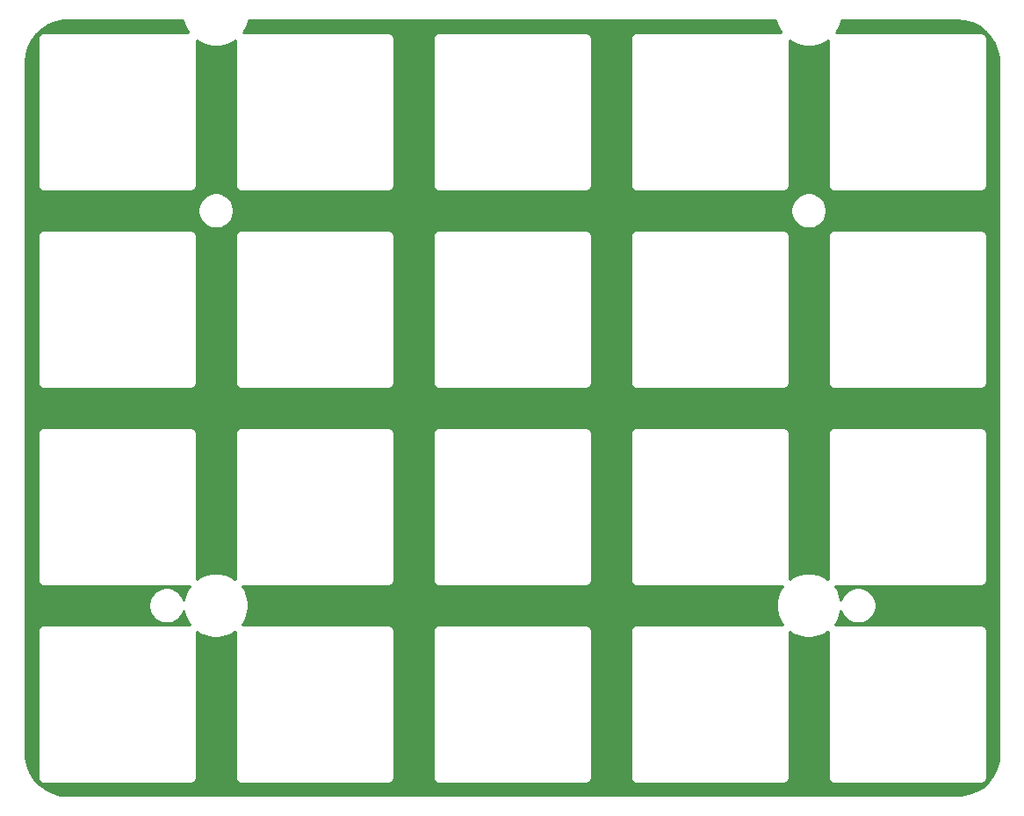
<source format=gtl>
G04 #@! TF.GenerationSoftware,KiCad,Pcbnew,5.1.2-f72e74a~84~ubuntu18.04.1*
G04 #@! TF.CreationDate,2019-06-18T11:16:38+09:00*
G04 #@! TF.ProjectId,top-plate,746f702d-706c-4617-9465-2e6b69636164,rev?*
G04 #@! TF.SameCoordinates,Original*
G04 #@! TF.FileFunction,Copper,L1,Top*
G04 #@! TF.FilePolarity,Positive*
%FSLAX46Y46*%
G04 Gerber Fmt 4.6, Leading zero omitted, Abs format (unit mm)*
G04 Created by KiCad (PCBNEW 5.1.2-f72e74a~84~ubuntu18.04.1) date 2019-06-18 11:16:38*
%MOMM*%
%LPD*%
G04 APERTURE LIST*
%ADD10C,0.254000*%
G04 APERTURE END LIST*
D10*
G36*
X63510808Y-24545809D02*
G01*
X63513740Y-24555279D01*
X63663631Y-25027794D01*
X63688962Y-25086896D01*
X63713503Y-25146437D01*
X63718218Y-25155158D01*
X63957035Y-25589562D01*
X63993385Y-25642649D01*
X63999930Y-25652500D01*
X50183647Y-25652500D01*
X50150000Y-25649186D01*
X50116353Y-25652500D01*
X50015717Y-25662412D01*
X49886594Y-25701581D01*
X49767593Y-25765188D01*
X49663289Y-25850789D01*
X49577688Y-25955093D01*
X49514081Y-26074094D01*
X49474912Y-26203217D01*
X49461686Y-26337500D01*
X49465000Y-26371147D01*
X49465001Y-40303843D01*
X49461686Y-40337500D01*
X49474912Y-40471783D01*
X49514081Y-40600906D01*
X49577688Y-40719907D01*
X49663289Y-40824211D01*
X49767593Y-40909812D01*
X49886594Y-40973419D01*
X50015717Y-41012588D01*
X50116353Y-41022500D01*
X50150000Y-41025814D01*
X50183647Y-41022500D01*
X64116353Y-41022500D01*
X64150000Y-41025814D01*
X64183647Y-41022500D01*
X64284283Y-41012588D01*
X64413406Y-40973419D01*
X64532407Y-40909812D01*
X64636711Y-40824211D01*
X64722312Y-40719907D01*
X64785919Y-40600906D01*
X64825088Y-40471783D01*
X64838314Y-40337500D01*
X64835000Y-40303853D01*
X64835000Y-26487754D01*
X64839300Y-26491211D01*
X64893137Y-26526441D01*
X64946496Y-26562432D01*
X64955248Y-26567085D01*
X65394558Y-26796751D01*
X65454197Y-26820847D01*
X65513546Y-26845795D01*
X65523036Y-26848660D01*
X65998588Y-26988623D01*
X66061800Y-27000681D01*
X66124837Y-27013621D01*
X66134699Y-27014588D01*
X66134703Y-27014588D01*
X66628383Y-27059516D01*
X66692699Y-27059067D01*
X66757081Y-27059516D01*
X66766947Y-27058549D01*
X67259954Y-27006732D01*
X67322979Y-26993794D01*
X67386201Y-26981734D01*
X67395691Y-26978869D01*
X67869243Y-26832279D01*
X67928498Y-26807371D01*
X67988231Y-26783237D01*
X67996983Y-26778582D01*
X68433044Y-26542805D01*
X68486361Y-26506842D01*
X68515000Y-26488101D01*
X68515001Y-40303843D01*
X68511686Y-40337500D01*
X68524912Y-40471783D01*
X68564081Y-40600906D01*
X68627688Y-40719907D01*
X68713289Y-40824211D01*
X68817593Y-40909812D01*
X68936594Y-40973419D01*
X69065717Y-41012588D01*
X69166353Y-41022500D01*
X69200000Y-41025814D01*
X69233647Y-41022500D01*
X83166353Y-41022500D01*
X83200000Y-41025814D01*
X83233647Y-41022500D01*
X83334283Y-41012588D01*
X83463406Y-40973419D01*
X83582407Y-40909812D01*
X83686711Y-40824211D01*
X83772312Y-40719907D01*
X83835919Y-40600906D01*
X83875088Y-40471783D01*
X83888314Y-40337500D01*
X83885000Y-40303853D01*
X83885000Y-26371147D01*
X83888314Y-26337500D01*
X87561686Y-26337500D01*
X87565000Y-26371147D01*
X87565001Y-40303843D01*
X87561686Y-40337500D01*
X87574912Y-40471783D01*
X87614081Y-40600906D01*
X87677688Y-40719907D01*
X87763289Y-40824211D01*
X87867593Y-40909812D01*
X87986594Y-40973419D01*
X88115717Y-41012588D01*
X88216353Y-41022500D01*
X88250000Y-41025814D01*
X88283647Y-41022500D01*
X102216353Y-41022500D01*
X102250000Y-41025814D01*
X102283647Y-41022500D01*
X102384283Y-41012588D01*
X102513406Y-40973419D01*
X102632407Y-40909812D01*
X102736711Y-40824211D01*
X102822312Y-40719907D01*
X102885919Y-40600906D01*
X102925088Y-40471783D01*
X102938314Y-40337500D01*
X102935000Y-40303853D01*
X102935000Y-26371147D01*
X102938314Y-26337500D01*
X102925088Y-26203217D01*
X102885919Y-26074094D01*
X102822312Y-25955093D01*
X102736711Y-25850789D01*
X102632407Y-25765188D01*
X102513406Y-25701581D01*
X102384283Y-25662412D01*
X102283647Y-25652500D01*
X102250000Y-25649186D01*
X102216353Y-25652500D01*
X88283647Y-25652500D01*
X88250000Y-25649186D01*
X88216353Y-25652500D01*
X88115717Y-25662412D01*
X87986594Y-25701581D01*
X87867593Y-25765188D01*
X87763289Y-25850789D01*
X87677688Y-25955093D01*
X87614081Y-26074094D01*
X87574912Y-26203217D01*
X87561686Y-26337500D01*
X83888314Y-26337500D01*
X83875088Y-26203217D01*
X83835919Y-26074094D01*
X83772312Y-25955093D01*
X83686711Y-25850789D01*
X83582407Y-25765188D01*
X83463406Y-25701581D01*
X83334283Y-25662412D01*
X83233647Y-25652500D01*
X83200000Y-25649186D01*
X83166353Y-25652500D01*
X69350369Y-25652500D01*
X69376449Y-25613247D01*
X69412798Y-25560160D01*
X69417513Y-25551440D01*
X69650240Y-25113744D01*
X69674756Y-25054264D01*
X69700113Y-24995101D01*
X69703044Y-24985631D01*
X69842871Y-24522500D01*
X120656193Y-24522500D01*
X120660808Y-24545809D01*
X120663740Y-24555279D01*
X120813631Y-25027794D01*
X120838962Y-25086896D01*
X120863503Y-25146437D01*
X120868218Y-25155158D01*
X121107035Y-25589562D01*
X121143385Y-25642649D01*
X121149930Y-25652500D01*
X107333647Y-25652500D01*
X107300000Y-25649186D01*
X107266353Y-25652500D01*
X107165717Y-25662412D01*
X107036594Y-25701581D01*
X106917593Y-25765188D01*
X106813289Y-25850789D01*
X106727688Y-25955093D01*
X106664081Y-26074094D01*
X106624912Y-26203217D01*
X106611686Y-26337500D01*
X106615000Y-26371147D01*
X106615001Y-40303843D01*
X106611686Y-40337500D01*
X106624912Y-40471783D01*
X106664081Y-40600906D01*
X106727688Y-40719907D01*
X106813289Y-40824211D01*
X106917593Y-40909812D01*
X107036594Y-40973419D01*
X107165717Y-41012588D01*
X107266353Y-41022500D01*
X107300000Y-41025814D01*
X107333647Y-41022500D01*
X121266353Y-41022500D01*
X121300000Y-41025814D01*
X121333647Y-41022500D01*
X121434283Y-41012588D01*
X121563406Y-40973419D01*
X121682407Y-40909812D01*
X121786711Y-40824211D01*
X121872312Y-40719907D01*
X121935919Y-40600906D01*
X121975088Y-40471783D01*
X121988314Y-40337500D01*
X121985000Y-40303853D01*
X121985000Y-26487754D01*
X121989300Y-26491211D01*
X122043137Y-26526441D01*
X122096496Y-26562432D01*
X122105248Y-26567085D01*
X122544558Y-26796751D01*
X122604197Y-26820847D01*
X122663546Y-26845795D01*
X122673036Y-26848660D01*
X123148588Y-26988623D01*
X123211800Y-27000681D01*
X123274837Y-27013621D01*
X123284699Y-27014588D01*
X123284703Y-27014588D01*
X123778383Y-27059516D01*
X123842699Y-27059067D01*
X123907081Y-27059516D01*
X123916947Y-27058549D01*
X124409954Y-27006732D01*
X124472979Y-26993794D01*
X124536201Y-26981734D01*
X124545691Y-26978869D01*
X125019243Y-26832279D01*
X125078498Y-26807371D01*
X125138231Y-26783237D01*
X125146983Y-26778582D01*
X125583044Y-26542805D01*
X125636361Y-26506842D01*
X125665000Y-26488101D01*
X125665001Y-40303843D01*
X125661686Y-40337500D01*
X125674912Y-40471783D01*
X125714081Y-40600906D01*
X125777688Y-40719907D01*
X125863289Y-40824211D01*
X125967593Y-40909812D01*
X126086594Y-40973419D01*
X126215717Y-41012588D01*
X126316353Y-41022500D01*
X126350000Y-41025814D01*
X126383647Y-41022500D01*
X140316353Y-41022500D01*
X140350000Y-41025814D01*
X140383647Y-41022500D01*
X140484283Y-41012588D01*
X140613406Y-40973419D01*
X140732407Y-40909812D01*
X140836711Y-40824211D01*
X140922312Y-40719907D01*
X140985919Y-40600906D01*
X141025088Y-40471783D01*
X141038314Y-40337500D01*
X141035000Y-40303853D01*
X141035000Y-26371147D01*
X141038314Y-26337500D01*
X141025088Y-26203217D01*
X140985919Y-26074094D01*
X140922312Y-25955093D01*
X140836711Y-25850789D01*
X140732407Y-25765188D01*
X140613406Y-25701581D01*
X140484283Y-25662412D01*
X140383647Y-25652500D01*
X140350000Y-25649186D01*
X140316353Y-25652500D01*
X126500369Y-25652500D01*
X126526449Y-25613247D01*
X126562798Y-25560160D01*
X126567513Y-25551440D01*
X126800240Y-25113744D01*
X126824756Y-25054264D01*
X126850113Y-24995101D01*
X126853044Y-24985631D01*
X126992871Y-24522500D01*
X138079953Y-24522500D01*
X138850465Y-24593300D01*
X139563710Y-24794456D01*
X140228366Y-25122228D01*
X140822150Y-25565628D01*
X141325193Y-26109818D01*
X141720639Y-26736560D01*
X141995250Y-27424879D01*
X142142564Y-28165473D01*
X142155615Y-28414503D01*
X142150636Y-28430915D01*
X142140001Y-28538895D01*
X142140000Y-95286104D01*
X142149670Y-95384287D01*
X142094200Y-95987965D01*
X141893044Y-96701210D01*
X141565272Y-97365866D01*
X141121872Y-97959651D01*
X140577685Y-98462691D01*
X139950940Y-98858139D01*
X139262625Y-99132748D01*
X138522026Y-99280064D01*
X138273000Y-99293114D01*
X138256585Y-99288135D01*
X138148605Y-99277500D01*
X52351395Y-99277500D01*
X52253212Y-99287170D01*
X51649535Y-99231700D01*
X50936290Y-99030544D01*
X50271634Y-98702772D01*
X49677849Y-98259372D01*
X49174809Y-97715185D01*
X48779361Y-97088440D01*
X48504752Y-96400125D01*
X48357436Y-95659526D01*
X48344386Y-95410500D01*
X48349365Y-95394085D01*
X48360000Y-95286105D01*
X48360000Y-64437500D01*
X49461686Y-64437500D01*
X49465000Y-64471147D01*
X49465001Y-78403843D01*
X49461686Y-78437500D01*
X49474912Y-78571783D01*
X49514081Y-78700906D01*
X49577688Y-78819907D01*
X49663289Y-78924211D01*
X49767593Y-79009812D01*
X49886594Y-79073419D01*
X50015717Y-79112588D01*
X50116353Y-79122500D01*
X50150000Y-79125814D01*
X50183647Y-79122500D01*
X64116353Y-79122500D01*
X64132925Y-79124132D01*
X63896799Y-79477521D01*
X63660476Y-80048054D01*
X63579597Y-80454661D01*
X63449537Y-80140669D01*
X63259663Y-79856502D01*
X63017998Y-79614837D01*
X62733831Y-79424963D01*
X62418081Y-79294175D01*
X62082883Y-79227500D01*
X61741117Y-79227500D01*
X61405919Y-79294175D01*
X61090169Y-79424963D01*
X60806002Y-79614837D01*
X60564337Y-79856502D01*
X60374463Y-80140669D01*
X60243675Y-80456419D01*
X60177000Y-80791617D01*
X60177000Y-81133383D01*
X60243675Y-81468581D01*
X60374463Y-81784331D01*
X60564337Y-82068498D01*
X60806002Y-82310163D01*
X61090169Y-82500037D01*
X61405919Y-82630825D01*
X61741117Y-82697500D01*
X62082883Y-82697500D01*
X62418081Y-82630825D01*
X62733831Y-82500037D01*
X63017998Y-82310163D01*
X63259663Y-82068498D01*
X63449537Y-81784331D01*
X63579597Y-81470339D01*
X63660476Y-81876946D01*
X63896799Y-82447479D01*
X64132925Y-82800868D01*
X64116353Y-82802500D01*
X50183647Y-82802500D01*
X50150000Y-82799186D01*
X50116353Y-82802500D01*
X50015717Y-82812412D01*
X49886594Y-82851581D01*
X49767593Y-82915188D01*
X49663289Y-83000789D01*
X49577688Y-83105093D01*
X49514081Y-83224094D01*
X49474912Y-83353217D01*
X49461686Y-83487500D01*
X49465000Y-83521147D01*
X49465001Y-97453843D01*
X49461686Y-97487500D01*
X49474912Y-97621783D01*
X49514081Y-97750906D01*
X49577688Y-97869907D01*
X49663289Y-97974211D01*
X49767593Y-98059812D01*
X49886594Y-98123419D01*
X50015717Y-98162588D01*
X50116353Y-98172500D01*
X50150000Y-98175814D01*
X50183647Y-98172500D01*
X64116353Y-98172500D01*
X64150000Y-98175814D01*
X64183647Y-98172500D01*
X64284283Y-98162588D01*
X64413406Y-98123419D01*
X64532407Y-98059812D01*
X64636711Y-97974211D01*
X64722312Y-97869907D01*
X64785919Y-97750906D01*
X64825088Y-97621783D01*
X64838314Y-97487500D01*
X64835000Y-97453853D01*
X64835000Y-83521147D01*
X64836632Y-83504575D01*
X65190021Y-83740701D01*
X65760554Y-83977024D01*
X66366229Y-84097500D01*
X66983771Y-84097500D01*
X67589446Y-83977024D01*
X68159979Y-83740701D01*
X68513368Y-83504575D01*
X68515000Y-83521147D01*
X68515001Y-97453843D01*
X68511686Y-97487500D01*
X68524912Y-97621783D01*
X68564081Y-97750906D01*
X68627688Y-97869907D01*
X68713289Y-97974211D01*
X68817593Y-98059812D01*
X68936594Y-98123419D01*
X69065717Y-98162588D01*
X69166353Y-98172500D01*
X69200000Y-98175814D01*
X69233647Y-98172500D01*
X83166353Y-98172500D01*
X83200000Y-98175814D01*
X83233647Y-98172500D01*
X83334283Y-98162588D01*
X83463406Y-98123419D01*
X83582407Y-98059812D01*
X83686711Y-97974211D01*
X83772312Y-97869907D01*
X83835919Y-97750906D01*
X83875088Y-97621783D01*
X83888314Y-97487500D01*
X83885000Y-97453853D01*
X83885000Y-83521147D01*
X83888314Y-83487500D01*
X87561686Y-83487500D01*
X87565000Y-83521147D01*
X87565001Y-97453843D01*
X87561686Y-97487500D01*
X87574912Y-97621783D01*
X87614081Y-97750906D01*
X87677688Y-97869907D01*
X87763289Y-97974211D01*
X87867593Y-98059812D01*
X87986594Y-98123419D01*
X88115717Y-98162588D01*
X88216353Y-98172500D01*
X88250000Y-98175814D01*
X88283647Y-98172500D01*
X102216353Y-98172500D01*
X102250000Y-98175814D01*
X102283647Y-98172500D01*
X102384283Y-98162588D01*
X102513406Y-98123419D01*
X102632407Y-98059812D01*
X102736711Y-97974211D01*
X102822312Y-97869907D01*
X102885919Y-97750906D01*
X102925088Y-97621783D01*
X102938314Y-97487500D01*
X102935000Y-97453853D01*
X102935000Y-83521147D01*
X102938314Y-83487500D01*
X102925088Y-83353217D01*
X102885919Y-83224094D01*
X102822312Y-83105093D01*
X102736711Y-83000789D01*
X102632407Y-82915188D01*
X102513406Y-82851581D01*
X102384283Y-82812412D01*
X102283647Y-82802500D01*
X102250000Y-82799186D01*
X102216353Y-82802500D01*
X88283647Y-82802500D01*
X88250000Y-82799186D01*
X88216353Y-82802500D01*
X88115717Y-82812412D01*
X87986594Y-82851581D01*
X87867593Y-82915188D01*
X87763289Y-83000789D01*
X87677688Y-83105093D01*
X87614081Y-83224094D01*
X87574912Y-83353217D01*
X87561686Y-83487500D01*
X83888314Y-83487500D01*
X83875088Y-83353217D01*
X83835919Y-83224094D01*
X83772312Y-83105093D01*
X83686711Y-83000789D01*
X83582407Y-82915188D01*
X83463406Y-82851581D01*
X83334283Y-82812412D01*
X83233647Y-82802500D01*
X83200000Y-82799186D01*
X83166353Y-82802500D01*
X69233647Y-82802500D01*
X69217075Y-82800868D01*
X69453201Y-82447479D01*
X69689524Y-81876946D01*
X69810000Y-81271271D01*
X69810000Y-80653729D01*
X69689524Y-80048054D01*
X69453201Y-79477521D01*
X69217075Y-79124132D01*
X69233647Y-79122500D01*
X83166353Y-79122500D01*
X83200000Y-79125814D01*
X83233647Y-79122500D01*
X83334283Y-79112588D01*
X83463406Y-79073419D01*
X83582407Y-79009812D01*
X83686711Y-78924211D01*
X83772312Y-78819907D01*
X83835919Y-78700906D01*
X83875088Y-78571783D01*
X83888314Y-78437500D01*
X83885000Y-78403853D01*
X83885000Y-64471147D01*
X83888314Y-64437500D01*
X87561686Y-64437500D01*
X87565000Y-64471147D01*
X87565001Y-78403843D01*
X87561686Y-78437500D01*
X87574912Y-78571783D01*
X87614081Y-78700906D01*
X87677688Y-78819907D01*
X87763289Y-78924211D01*
X87867593Y-79009812D01*
X87986594Y-79073419D01*
X88115717Y-79112588D01*
X88216353Y-79122500D01*
X88250000Y-79125814D01*
X88283647Y-79122500D01*
X102216353Y-79122500D01*
X102250000Y-79125814D01*
X102283647Y-79122500D01*
X102384283Y-79112588D01*
X102513406Y-79073419D01*
X102632407Y-79009812D01*
X102736711Y-78924211D01*
X102822312Y-78819907D01*
X102885919Y-78700906D01*
X102925088Y-78571783D01*
X102938314Y-78437500D01*
X102935000Y-78403853D01*
X102935000Y-64471147D01*
X102938314Y-64437500D01*
X106611686Y-64437500D01*
X106615000Y-64471147D01*
X106615001Y-78403843D01*
X106611686Y-78437500D01*
X106624912Y-78571783D01*
X106664081Y-78700906D01*
X106727688Y-78819907D01*
X106813289Y-78924211D01*
X106917593Y-79009812D01*
X107036594Y-79073419D01*
X107165717Y-79112588D01*
X107266353Y-79122500D01*
X107300000Y-79125814D01*
X107333647Y-79122500D01*
X121266353Y-79122500D01*
X121282925Y-79124132D01*
X121046799Y-79477521D01*
X120810476Y-80048054D01*
X120690000Y-80653729D01*
X120690000Y-81271271D01*
X120810476Y-81876946D01*
X121046799Y-82447479D01*
X121282925Y-82800868D01*
X121266353Y-82802500D01*
X107333647Y-82802500D01*
X107300000Y-82799186D01*
X107266353Y-82802500D01*
X107165717Y-82812412D01*
X107036594Y-82851581D01*
X106917593Y-82915188D01*
X106813289Y-83000789D01*
X106727688Y-83105093D01*
X106664081Y-83224094D01*
X106624912Y-83353217D01*
X106611686Y-83487500D01*
X106615000Y-83521147D01*
X106615001Y-97453843D01*
X106611686Y-97487500D01*
X106624912Y-97621783D01*
X106664081Y-97750906D01*
X106727688Y-97869907D01*
X106813289Y-97974211D01*
X106917593Y-98059812D01*
X107036594Y-98123419D01*
X107165717Y-98162588D01*
X107266353Y-98172500D01*
X107300000Y-98175814D01*
X107333647Y-98172500D01*
X121266353Y-98172500D01*
X121300000Y-98175814D01*
X121333647Y-98172500D01*
X121434283Y-98162588D01*
X121563406Y-98123419D01*
X121682407Y-98059812D01*
X121786711Y-97974211D01*
X121872312Y-97869907D01*
X121935919Y-97750906D01*
X121975088Y-97621783D01*
X121988314Y-97487500D01*
X121985000Y-97453853D01*
X121985000Y-83521147D01*
X121986632Y-83504575D01*
X122340021Y-83740701D01*
X122910554Y-83977024D01*
X123516229Y-84097500D01*
X124133771Y-84097500D01*
X124739446Y-83977024D01*
X125309979Y-83740701D01*
X125663368Y-83504575D01*
X125665000Y-83521147D01*
X125665001Y-97453843D01*
X125661686Y-97487500D01*
X125674912Y-97621783D01*
X125714081Y-97750906D01*
X125777688Y-97869907D01*
X125863289Y-97974211D01*
X125967593Y-98059812D01*
X126086594Y-98123419D01*
X126215717Y-98162588D01*
X126316353Y-98172500D01*
X126350000Y-98175814D01*
X126383647Y-98172500D01*
X140316353Y-98172500D01*
X140350000Y-98175814D01*
X140383647Y-98172500D01*
X140484283Y-98162588D01*
X140613406Y-98123419D01*
X140732407Y-98059812D01*
X140836711Y-97974211D01*
X140922312Y-97869907D01*
X140985919Y-97750906D01*
X141025088Y-97621783D01*
X141038314Y-97487500D01*
X141035000Y-97453853D01*
X141035000Y-83521147D01*
X141038314Y-83487500D01*
X141025088Y-83353217D01*
X140985919Y-83224094D01*
X140922312Y-83105093D01*
X140836711Y-83000789D01*
X140732407Y-82915188D01*
X140613406Y-82851581D01*
X140484283Y-82812412D01*
X140383647Y-82802500D01*
X140350000Y-82799186D01*
X140316353Y-82802500D01*
X126383647Y-82802500D01*
X126367075Y-82800868D01*
X126603201Y-82447479D01*
X126839524Y-81876946D01*
X126920403Y-81470339D01*
X127050463Y-81784331D01*
X127240337Y-82068498D01*
X127482002Y-82310163D01*
X127766169Y-82500037D01*
X128081919Y-82630825D01*
X128417117Y-82697500D01*
X128758883Y-82697500D01*
X129094081Y-82630825D01*
X129409831Y-82500037D01*
X129693998Y-82310163D01*
X129935663Y-82068498D01*
X130125537Y-81784331D01*
X130256325Y-81468581D01*
X130323000Y-81133383D01*
X130323000Y-80791617D01*
X130256325Y-80456419D01*
X130125537Y-80140669D01*
X129935663Y-79856502D01*
X129693998Y-79614837D01*
X129409831Y-79424963D01*
X129094081Y-79294175D01*
X128758883Y-79227500D01*
X128417117Y-79227500D01*
X128081919Y-79294175D01*
X127766169Y-79424963D01*
X127482002Y-79614837D01*
X127240337Y-79856502D01*
X127050463Y-80140669D01*
X126920403Y-80454661D01*
X126839524Y-80048054D01*
X126603201Y-79477521D01*
X126367075Y-79124132D01*
X126383647Y-79122500D01*
X140316353Y-79122500D01*
X140350000Y-79125814D01*
X140383647Y-79122500D01*
X140484283Y-79112588D01*
X140613406Y-79073419D01*
X140732407Y-79009812D01*
X140836711Y-78924211D01*
X140922312Y-78819907D01*
X140985919Y-78700906D01*
X141025088Y-78571783D01*
X141038314Y-78437500D01*
X141035000Y-78403853D01*
X141035000Y-64471147D01*
X141038314Y-64437500D01*
X141025088Y-64303217D01*
X140985919Y-64174094D01*
X140922312Y-64055093D01*
X140836711Y-63950789D01*
X140732407Y-63865188D01*
X140613406Y-63801581D01*
X140484283Y-63762412D01*
X140383647Y-63752500D01*
X140350000Y-63749186D01*
X140316353Y-63752500D01*
X126383647Y-63752500D01*
X126350000Y-63749186D01*
X126316353Y-63752500D01*
X126215717Y-63762412D01*
X126086594Y-63801581D01*
X125967593Y-63865188D01*
X125863289Y-63950789D01*
X125777688Y-64055093D01*
X125714081Y-64174094D01*
X125674912Y-64303217D01*
X125661686Y-64437500D01*
X125665000Y-64471147D01*
X125665001Y-78403843D01*
X125663368Y-78420425D01*
X125309979Y-78184299D01*
X124739446Y-77947976D01*
X124133771Y-77827500D01*
X123516229Y-77827500D01*
X122910554Y-77947976D01*
X122340021Y-78184299D01*
X121986632Y-78420425D01*
X121985000Y-78403853D01*
X121985000Y-64471147D01*
X121988314Y-64437500D01*
X121975088Y-64303217D01*
X121935919Y-64174094D01*
X121872312Y-64055093D01*
X121786711Y-63950789D01*
X121682407Y-63865188D01*
X121563406Y-63801581D01*
X121434283Y-63762412D01*
X121333647Y-63752500D01*
X121300000Y-63749186D01*
X121266353Y-63752500D01*
X107333647Y-63752500D01*
X107300000Y-63749186D01*
X107266353Y-63752500D01*
X107165717Y-63762412D01*
X107036594Y-63801581D01*
X106917593Y-63865188D01*
X106813289Y-63950789D01*
X106727688Y-64055093D01*
X106664081Y-64174094D01*
X106624912Y-64303217D01*
X106611686Y-64437500D01*
X102938314Y-64437500D01*
X102925088Y-64303217D01*
X102885919Y-64174094D01*
X102822312Y-64055093D01*
X102736711Y-63950789D01*
X102632407Y-63865188D01*
X102513406Y-63801581D01*
X102384283Y-63762412D01*
X102283647Y-63752500D01*
X102250000Y-63749186D01*
X102216353Y-63752500D01*
X88283647Y-63752500D01*
X88250000Y-63749186D01*
X88216353Y-63752500D01*
X88115717Y-63762412D01*
X87986594Y-63801581D01*
X87867593Y-63865188D01*
X87763289Y-63950789D01*
X87677688Y-64055093D01*
X87614081Y-64174094D01*
X87574912Y-64303217D01*
X87561686Y-64437500D01*
X83888314Y-64437500D01*
X83875088Y-64303217D01*
X83835919Y-64174094D01*
X83772312Y-64055093D01*
X83686711Y-63950789D01*
X83582407Y-63865188D01*
X83463406Y-63801581D01*
X83334283Y-63762412D01*
X83233647Y-63752500D01*
X83200000Y-63749186D01*
X83166353Y-63752500D01*
X69233647Y-63752500D01*
X69200000Y-63749186D01*
X69166353Y-63752500D01*
X69065717Y-63762412D01*
X68936594Y-63801581D01*
X68817593Y-63865188D01*
X68713289Y-63950789D01*
X68627688Y-64055093D01*
X68564081Y-64174094D01*
X68524912Y-64303217D01*
X68511686Y-64437500D01*
X68515000Y-64471147D01*
X68515001Y-78403843D01*
X68513368Y-78420425D01*
X68159979Y-78184299D01*
X67589446Y-77947976D01*
X66983771Y-77827500D01*
X66366229Y-77827500D01*
X65760554Y-77947976D01*
X65190021Y-78184299D01*
X64836632Y-78420425D01*
X64835000Y-78403853D01*
X64835000Y-64471147D01*
X64838314Y-64437500D01*
X64825088Y-64303217D01*
X64785919Y-64174094D01*
X64722312Y-64055093D01*
X64636711Y-63950789D01*
X64532407Y-63865188D01*
X64413406Y-63801581D01*
X64284283Y-63762412D01*
X64183647Y-63752500D01*
X64150000Y-63749186D01*
X64116353Y-63752500D01*
X50183647Y-63752500D01*
X50150000Y-63749186D01*
X50116353Y-63752500D01*
X50015717Y-63762412D01*
X49886594Y-63801581D01*
X49767593Y-63865188D01*
X49663289Y-63950789D01*
X49577688Y-64055093D01*
X49514081Y-64174094D01*
X49474912Y-64303217D01*
X49461686Y-64437500D01*
X48360000Y-64437500D01*
X48360000Y-45387500D01*
X49461686Y-45387500D01*
X49465000Y-45421147D01*
X49465001Y-59353843D01*
X49461686Y-59387500D01*
X49474912Y-59521783D01*
X49514081Y-59650906D01*
X49577688Y-59769907D01*
X49663289Y-59874211D01*
X49767593Y-59959812D01*
X49886594Y-60023419D01*
X50015717Y-60062588D01*
X50116353Y-60072500D01*
X50150000Y-60075814D01*
X50183647Y-60072500D01*
X64116353Y-60072500D01*
X64150000Y-60075814D01*
X64183647Y-60072500D01*
X64284283Y-60062588D01*
X64413406Y-60023419D01*
X64532407Y-59959812D01*
X64636711Y-59874211D01*
X64722312Y-59769907D01*
X64785919Y-59650906D01*
X64825088Y-59521783D01*
X64838314Y-59387500D01*
X64835000Y-59353853D01*
X64835000Y-45421147D01*
X64838314Y-45387500D01*
X68511686Y-45387500D01*
X68515000Y-45421147D01*
X68515001Y-59353843D01*
X68511686Y-59387500D01*
X68524912Y-59521783D01*
X68564081Y-59650906D01*
X68627688Y-59769907D01*
X68713289Y-59874211D01*
X68817593Y-59959812D01*
X68936594Y-60023419D01*
X69065717Y-60062588D01*
X69166353Y-60072500D01*
X69200000Y-60075814D01*
X69233647Y-60072500D01*
X83166353Y-60072500D01*
X83200000Y-60075814D01*
X83233647Y-60072500D01*
X83334283Y-60062588D01*
X83463406Y-60023419D01*
X83582407Y-59959812D01*
X83686711Y-59874211D01*
X83772312Y-59769907D01*
X83835919Y-59650906D01*
X83875088Y-59521783D01*
X83888314Y-59387500D01*
X83885000Y-59353853D01*
X83885000Y-45421147D01*
X83888314Y-45387500D01*
X87561686Y-45387500D01*
X87565000Y-45421147D01*
X87565001Y-59353843D01*
X87561686Y-59387500D01*
X87574912Y-59521783D01*
X87614081Y-59650906D01*
X87677688Y-59769907D01*
X87763289Y-59874211D01*
X87867593Y-59959812D01*
X87986594Y-60023419D01*
X88115717Y-60062588D01*
X88216353Y-60072500D01*
X88250000Y-60075814D01*
X88283647Y-60072500D01*
X102216353Y-60072500D01*
X102250000Y-60075814D01*
X102283647Y-60072500D01*
X102384283Y-60062588D01*
X102513406Y-60023419D01*
X102632407Y-59959812D01*
X102736711Y-59874211D01*
X102822312Y-59769907D01*
X102885919Y-59650906D01*
X102925088Y-59521783D01*
X102938314Y-59387500D01*
X102935000Y-59353853D01*
X102935000Y-45421147D01*
X102938314Y-45387500D01*
X106611686Y-45387500D01*
X106615000Y-45421147D01*
X106615001Y-59353843D01*
X106611686Y-59387500D01*
X106624912Y-59521783D01*
X106664081Y-59650906D01*
X106727688Y-59769907D01*
X106813289Y-59874211D01*
X106917593Y-59959812D01*
X107036594Y-60023419D01*
X107165717Y-60062588D01*
X107266353Y-60072500D01*
X107300000Y-60075814D01*
X107333647Y-60072500D01*
X121266353Y-60072500D01*
X121300000Y-60075814D01*
X121333647Y-60072500D01*
X121434283Y-60062588D01*
X121563406Y-60023419D01*
X121682407Y-59959812D01*
X121786711Y-59874211D01*
X121872312Y-59769907D01*
X121935919Y-59650906D01*
X121975088Y-59521783D01*
X121988314Y-59387500D01*
X121985000Y-59353853D01*
X121985000Y-45421147D01*
X121988314Y-45387500D01*
X125661686Y-45387500D01*
X125665000Y-45421147D01*
X125665001Y-59353843D01*
X125661686Y-59387500D01*
X125674912Y-59521783D01*
X125714081Y-59650906D01*
X125777688Y-59769907D01*
X125863289Y-59874211D01*
X125967593Y-59959812D01*
X126086594Y-60023419D01*
X126215717Y-60062588D01*
X126316353Y-60072500D01*
X126350000Y-60075814D01*
X126383647Y-60072500D01*
X140316353Y-60072500D01*
X140350000Y-60075814D01*
X140383647Y-60072500D01*
X140484283Y-60062588D01*
X140613406Y-60023419D01*
X140732407Y-59959812D01*
X140836711Y-59874211D01*
X140922312Y-59769907D01*
X140985919Y-59650906D01*
X141025088Y-59521783D01*
X141038314Y-59387500D01*
X141035000Y-59353853D01*
X141035000Y-45421147D01*
X141038314Y-45387500D01*
X141025088Y-45253217D01*
X140985919Y-45124094D01*
X140922312Y-45005093D01*
X140836711Y-44900789D01*
X140732407Y-44815188D01*
X140613406Y-44751581D01*
X140484283Y-44712412D01*
X140383647Y-44702500D01*
X140350000Y-44699186D01*
X140316353Y-44702500D01*
X126383647Y-44702500D01*
X126350000Y-44699186D01*
X126316353Y-44702500D01*
X126215717Y-44712412D01*
X126086594Y-44751581D01*
X125967593Y-44815188D01*
X125863289Y-44900789D01*
X125777688Y-45005093D01*
X125714081Y-45124094D01*
X125674912Y-45253217D01*
X125661686Y-45387500D01*
X121988314Y-45387500D01*
X121975088Y-45253217D01*
X121935919Y-45124094D01*
X121872312Y-45005093D01*
X121786711Y-44900789D01*
X121682407Y-44815188D01*
X121563406Y-44751581D01*
X121434283Y-44712412D01*
X121333647Y-44702500D01*
X121300000Y-44699186D01*
X121266353Y-44702500D01*
X107333647Y-44702500D01*
X107300000Y-44699186D01*
X107266353Y-44702500D01*
X107165717Y-44712412D01*
X107036594Y-44751581D01*
X106917593Y-44815188D01*
X106813289Y-44900789D01*
X106727688Y-45005093D01*
X106664081Y-45124094D01*
X106624912Y-45253217D01*
X106611686Y-45387500D01*
X102938314Y-45387500D01*
X102925088Y-45253217D01*
X102885919Y-45124094D01*
X102822312Y-45005093D01*
X102736711Y-44900789D01*
X102632407Y-44815188D01*
X102513406Y-44751581D01*
X102384283Y-44712412D01*
X102283647Y-44702500D01*
X102250000Y-44699186D01*
X102216353Y-44702500D01*
X88283647Y-44702500D01*
X88250000Y-44699186D01*
X88216353Y-44702500D01*
X88115717Y-44712412D01*
X87986594Y-44751581D01*
X87867593Y-44815188D01*
X87763289Y-44900789D01*
X87677688Y-45005093D01*
X87614081Y-45124094D01*
X87574912Y-45253217D01*
X87561686Y-45387500D01*
X83888314Y-45387500D01*
X83875088Y-45253217D01*
X83835919Y-45124094D01*
X83772312Y-45005093D01*
X83686711Y-44900789D01*
X83582407Y-44815188D01*
X83463406Y-44751581D01*
X83334283Y-44712412D01*
X83233647Y-44702500D01*
X83200000Y-44699186D01*
X83166353Y-44702500D01*
X69233647Y-44702500D01*
X69200000Y-44699186D01*
X69166353Y-44702500D01*
X69065717Y-44712412D01*
X68936594Y-44751581D01*
X68817593Y-44815188D01*
X68713289Y-44900789D01*
X68627688Y-45005093D01*
X68564081Y-45124094D01*
X68524912Y-45253217D01*
X68511686Y-45387500D01*
X64838314Y-45387500D01*
X64825088Y-45253217D01*
X64785919Y-45124094D01*
X64722312Y-45005093D01*
X64636711Y-44900789D01*
X64532407Y-44815188D01*
X64413406Y-44751581D01*
X64284283Y-44712412D01*
X64183647Y-44702500D01*
X64150000Y-44699186D01*
X64116353Y-44702500D01*
X50183647Y-44702500D01*
X50150000Y-44699186D01*
X50116353Y-44702500D01*
X50015717Y-44712412D01*
X49886594Y-44751581D01*
X49767593Y-44815188D01*
X49663289Y-44900789D01*
X49577688Y-45005093D01*
X49514081Y-45124094D01*
X49474912Y-45253217D01*
X49461686Y-45387500D01*
X48360000Y-45387500D01*
X48360000Y-42691617D01*
X64940000Y-42691617D01*
X64940000Y-43033383D01*
X65006675Y-43368581D01*
X65137463Y-43684331D01*
X65327337Y-43968498D01*
X65569002Y-44210163D01*
X65853169Y-44400037D01*
X66168919Y-44530825D01*
X66504117Y-44597500D01*
X66845883Y-44597500D01*
X67181081Y-44530825D01*
X67496831Y-44400037D01*
X67780998Y-44210163D01*
X68022663Y-43968498D01*
X68212537Y-43684331D01*
X68343325Y-43368581D01*
X68410000Y-43033383D01*
X68410000Y-42691617D01*
X122090000Y-42691617D01*
X122090000Y-43033383D01*
X122156675Y-43368581D01*
X122287463Y-43684331D01*
X122477337Y-43968498D01*
X122719002Y-44210163D01*
X123003169Y-44400037D01*
X123318919Y-44530825D01*
X123654117Y-44597500D01*
X123995883Y-44597500D01*
X124331081Y-44530825D01*
X124646831Y-44400037D01*
X124930998Y-44210163D01*
X125172663Y-43968498D01*
X125362537Y-43684331D01*
X125493325Y-43368581D01*
X125560000Y-43033383D01*
X125560000Y-42691617D01*
X125493325Y-42356419D01*
X125362537Y-42040669D01*
X125172663Y-41756502D01*
X124930998Y-41514837D01*
X124646831Y-41324963D01*
X124331081Y-41194175D01*
X123995883Y-41127500D01*
X123654117Y-41127500D01*
X123318919Y-41194175D01*
X123003169Y-41324963D01*
X122719002Y-41514837D01*
X122477337Y-41756502D01*
X122287463Y-42040669D01*
X122156675Y-42356419D01*
X122090000Y-42691617D01*
X68410000Y-42691617D01*
X68343325Y-42356419D01*
X68212537Y-42040669D01*
X68022663Y-41756502D01*
X67780998Y-41514837D01*
X67496831Y-41324963D01*
X67181081Y-41194175D01*
X66845883Y-41127500D01*
X66504117Y-41127500D01*
X66168919Y-41194175D01*
X65853169Y-41324963D01*
X65569002Y-41514837D01*
X65327337Y-41756502D01*
X65137463Y-42040669D01*
X65006675Y-42356419D01*
X64940000Y-42691617D01*
X48360000Y-42691617D01*
X48360000Y-28538895D01*
X48350330Y-28440713D01*
X48405800Y-27837035D01*
X48606956Y-27123790D01*
X48934728Y-26459134D01*
X49378128Y-25865350D01*
X49922318Y-25362307D01*
X50549060Y-24966861D01*
X51237379Y-24692250D01*
X51977973Y-24544936D01*
X52406092Y-24522500D01*
X63506193Y-24522500D01*
X63510808Y-24545809D01*
X63510808Y-24545809D01*
G37*
X63510808Y-24545809D02*
X63513740Y-24555279D01*
X63663631Y-25027794D01*
X63688962Y-25086896D01*
X63713503Y-25146437D01*
X63718218Y-25155158D01*
X63957035Y-25589562D01*
X63993385Y-25642649D01*
X63999930Y-25652500D01*
X50183647Y-25652500D01*
X50150000Y-25649186D01*
X50116353Y-25652500D01*
X50015717Y-25662412D01*
X49886594Y-25701581D01*
X49767593Y-25765188D01*
X49663289Y-25850789D01*
X49577688Y-25955093D01*
X49514081Y-26074094D01*
X49474912Y-26203217D01*
X49461686Y-26337500D01*
X49465000Y-26371147D01*
X49465001Y-40303843D01*
X49461686Y-40337500D01*
X49474912Y-40471783D01*
X49514081Y-40600906D01*
X49577688Y-40719907D01*
X49663289Y-40824211D01*
X49767593Y-40909812D01*
X49886594Y-40973419D01*
X50015717Y-41012588D01*
X50116353Y-41022500D01*
X50150000Y-41025814D01*
X50183647Y-41022500D01*
X64116353Y-41022500D01*
X64150000Y-41025814D01*
X64183647Y-41022500D01*
X64284283Y-41012588D01*
X64413406Y-40973419D01*
X64532407Y-40909812D01*
X64636711Y-40824211D01*
X64722312Y-40719907D01*
X64785919Y-40600906D01*
X64825088Y-40471783D01*
X64838314Y-40337500D01*
X64835000Y-40303853D01*
X64835000Y-26487754D01*
X64839300Y-26491211D01*
X64893137Y-26526441D01*
X64946496Y-26562432D01*
X64955248Y-26567085D01*
X65394558Y-26796751D01*
X65454197Y-26820847D01*
X65513546Y-26845795D01*
X65523036Y-26848660D01*
X65998588Y-26988623D01*
X66061800Y-27000681D01*
X66124837Y-27013621D01*
X66134699Y-27014588D01*
X66134703Y-27014588D01*
X66628383Y-27059516D01*
X66692699Y-27059067D01*
X66757081Y-27059516D01*
X66766947Y-27058549D01*
X67259954Y-27006732D01*
X67322979Y-26993794D01*
X67386201Y-26981734D01*
X67395691Y-26978869D01*
X67869243Y-26832279D01*
X67928498Y-26807371D01*
X67988231Y-26783237D01*
X67996983Y-26778582D01*
X68433044Y-26542805D01*
X68486361Y-26506842D01*
X68515000Y-26488101D01*
X68515001Y-40303843D01*
X68511686Y-40337500D01*
X68524912Y-40471783D01*
X68564081Y-40600906D01*
X68627688Y-40719907D01*
X68713289Y-40824211D01*
X68817593Y-40909812D01*
X68936594Y-40973419D01*
X69065717Y-41012588D01*
X69166353Y-41022500D01*
X69200000Y-41025814D01*
X69233647Y-41022500D01*
X83166353Y-41022500D01*
X83200000Y-41025814D01*
X83233647Y-41022500D01*
X83334283Y-41012588D01*
X83463406Y-40973419D01*
X83582407Y-40909812D01*
X83686711Y-40824211D01*
X83772312Y-40719907D01*
X83835919Y-40600906D01*
X83875088Y-40471783D01*
X83888314Y-40337500D01*
X83885000Y-40303853D01*
X83885000Y-26371147D01*
X83888314Y-26337500D01*
X87561686Y-26337500D01*
X87565000Y-26371147D01*
X87565001Y-40303843D01*
X87561686Y-40337500D01*
X87574912Y-40471783D01*
X87614081Y-40600906D01*
X87677688Y-40719907D01*
X87763289Y-40824211D01*
X87867593Y-40909812D01*
X87986594Y-40973419D01*
X88115717Y-41012588D01*
X88216353Y-41022500D01*
X88250000Y-41025814D01*
X88283647Y-41022500D01*
X102216353Y-41022500D01*
X102250000Y-41025814D01*
X102283647Y-41022500D01*
X102384283Y-41012588D01*
X102513406Y-40973419D01*
X102632407Y-40909812D01*
X102736711Y-40824211D01*
X102822312Y-40719907D01*
X102885919Y-40600906D01*
X102925088Y-40471783D01*
X102938314Y-40337500D01*
X102935000Y-40303853D01*
X102935000Y-26371147D01*
X102938314Y-26337500D01*
X102925088Y-26203217D01*
X102885919Y-26074094D01*
X102822312Y-25955093D01*
X102736711Y-25850789D01*
X102632407Y-25765188D01*
X102513406Y-25701581D01*
X102384283Y-25662412D01*
X102283647Y-25652500D01*
X102250000Y-25649186D01*
X102216353Y-25652500D01*
X88283647Y-25652500D01*
X88250000Y-25649186D01*
X88216353Y-25652500D01*
X88115717Y-25662412D01*
X87986594Y-25701581D01*
X87867593Y-25765188D01*
X87763289Y-25850789D01*
X87677688Y-25955093D01*
X87614081Y-26074094D01*
X87574912Y-26203217D01*
X87561686Y-26337500D01*
X83888314Y-26337500D01*
X83875088Y-26203217D01*
X83835919Y-26074094D01*
X83772312Y-25955093D01*
X83686711Y-25850789D01*
X83582407Y-25765188D01*
X83463406Y-25701581D01*
X83334283Y-25662412D01*
X83233647Y-25652500D01*
X83200000Y-25649186D01*
X83166353Y-25652500D01*
X69350369Y-25652500D01*
X69376449Y-25613247D01*
X69412798Y-25560160D01*
X69417513Y-25551440D01*
X69650240Y-25113744D01*
X69674756Y-25054264D01*
X69700113Y-24995101D01*
X69703044Y-24985631D01*
X69842871Y-24522500D01*
X120656193Y-24522500D01*
X120660808Y-24545809D01*
X120663740Y-24555279D01*
X120813631Y-25027794D01*
X120838962Y-25086896D01*
X120863503Y-25146437D01*
X120868218Y-25155158D01*
X121107035Y-25589562D01*
X121143385Y-25642649D01*
X121149930Y-25652500D01*
X107333647Y-25652500D01*
X107300000Y-25649186D01*
X107266353Y-25652500D01*
X107165717Y-25662412D01*
X107036594Y-25701581D01*
X106917593Y-25765188D01*
X106813289Y-25850789D01*
X106727688Y-25955093D01*
X106664081Y-26074094D01*
X106624912Y-26203217D01*
X106611686Y-26337500D01*
X106615000Y-26371147D01*
X106615001Y-40303843D01*
X106611686Y-40337500D01*
X106624912Y-40471783D01*
X106664081Y-40600906D01*
X106727688Y-40719907D01*
X106813289Y-40824211D01*
X106917593Y-40909812D01*
X107036594Y-40973419D01*
X107165717Y-41012588D01*
X107266353Y-41022500D01*
X107300000Y-41025814D01*
X107333647Y-41022500D01*
X121266353Y-41022500D01*
X121300000Y-41025814D01*
X121333647Y-41022500D01*
X121434283Y-41012588D01*
X121563406Y-40973419D01*
X121682407Y-40909812D01*
X121786711Y-40824211D01*
X121872312Y-40719907D01*
X121935919Y-40600906D01*
X121975088Y-40471783D01*
X121988314Y-40337500D01*
X121985000Y-40303853D01*
X121985000Y-26487754D01*
X121989300Y-26491211D01*
X122043137Y-26526441D01*
X122096496Y-26562432D01*
X122105248Y-26567085D01*
X122544558Y-26796751D01*
X122604197Y-26820847D01*
X122663546Y-26845795D01*
X122673036Y-26848660D01*
X123148588Y-26988623D01*
X123211800Y-27000681D01*
X123274837Y-27013621D01*
X123284699Y-27014588D01*
X123284703Y-27014588D01*
X123778383Y-27059516D01*
X123842699Y-27059067D01*
X123907081Y-27059516D01*
X123916947Y-27058549D01*
X124409954Y-27006732D01*
X124472979Y-26993794D01*
X124536201Y-26981734D01*
X124545691Y-26978869D01*
X125019243Y-26832279D01*
X125078498Y-26807371D01*
X125138231Y-26783237D01*
X125146983Y-26778582D01*
X125583044Y-26542805D01*
X125636361Y-26506842D01*
X125665000Y-26488101D01*
X125665001Y-40303843D01*
X125661686Y-40337500D01*
X125674912Y-40471783D01*
X125714081Y-40600906D01*
X125777688Y-40719907D01*
X125863289Y-40824211D01*
X125967593Y-40909812D01*
X126086594Y-40973419D01*
X126215717Y-41012588D01*
X126316353Y-41022500D01*
X126350000Y-41025814D01*
X126383647Y-41022500D01*
X140316353Y-41022500D01*
X140350000Y-41025814D01*
X140383647Y-41022500D01*
X140484283Y-41012588D01*
X140613406Y-40973419D01*
X140732407Y-40909812D01*
X140836711Y-40824211D01*
X140922312Y-40719907D01*
X140985919Y-40600906D01*
X141025088Y-40471783D01*
X141038314Y-40337500D01*
X141035000Y-40303853D01*
X141035000Y-26371147D01*
X141038314Y-26337500D01*
X141025088Y-26203217D01*
X140985919Y-26074094D01*
X140922312Y-25955093D01*
X140836711Y-25850789D01*
X140732407Y-25765188D01*
X140613406Y-25701581D01*
X140484283Y-25662412D01*
X140383647Y-25652500D01*
X140350000Y-25649186D01*
X140316353Y-25652500D01*
X126500369Y-25652500D01*
X126526449Y-25613247D01*
X126562798Y-25560160D01*
X126567513Y-25551440D01*
X126800240Y-25113744D01*
X126824756Y-25054264D01*
X126850113Y-24995101D01*
X126853044Y-24985631D01*
X126992871Y-24522500D01*
X138079953Y-24522500D01*
X138850465Y-24593300D01*
X139563710Y-24794456D01*
X140228366Y-25122228D01*
X140822150Y-25565628D01*
X141325193Y-26109818D01*
X141720639Y-26736560D01*
X141995250Y-27424879D01*
X142142564Y-28165473D01*
X142155615Y-28414503D01*
X142150636Y-28430915D01*
X142140001Y-28538895D01*
X142140000Y-95286104D01*
X142149670Y-95384287D01*
X142094200Y-95987965D01*
X141893044Y-96701210D01*
X141565272Y-97365866D01*
X141121872Y-97959651D01*
X140577685Y-98462691D01*
X139950940Y-98858139D01*
X139262625Y-99132748D01*
X138522026Y-99280064D01*
X138273000Y-99293114D01*
X138256585Y-99288135D01*
X138148605Y-99277500D01*
X52351395Y-99277500D01*
X52253212Y-99287170D01*
X51649535Y-99231700D01*
X50936290Y-99030544D01*
X50271634Y-98702772D01*
X49677849Y-98259372D01*
X49174809Y-97715185D01*
X48779361Y-97088440D01*
X48504752Y-96400125D01*
X48357436Y-95659526D01*
X48344386Y-95410500D01*
X48349365Y-95394085D01*
X48360000Y-95286105D01*
X48360000Y-64437500D01*
X49461686Y-64437500D01*
X49465000Y-64471147D01*
X49465001Y-78403843D01*
X49461686Y-78437500D01*
X49474912Y-78571783D01*
X49514081Y-78700906D01*
X49577688Y-78819907D01*
X49663289Y-78924211D01*
X49767593Y-79009812D01*
X49886594Y-79073419D01*
X50015717Y-79112588D01*
X50116353Y-79122500D01*
X50150000Y-79125814D01*
X50183647Y-79122500D01*
X64116353Y-79122500D01*
X64132925Y-79124132D01*
X63896799Y-79477521D01*
X63660476Y-80048054D01*
X63579597Y-80454661D01*
X63449537Y-80140669D01*
X63259663Y-79856502D01*
X63017998Y-79614837D01*
X62733831Y-79424963D01*
X62418081Y-79294175D01*
X62082883Y-79227500D01*
X61741117Y-79227500D01*
X61405919Y-79294175D01*
X61090169Y-79424963D01*
X60806002Y-79614837D01*
X60564337Y-79856502D01*
X60374463Y-80140669D01*
X60243675Y-80456419D01*
X60177000Y-80791617D01*
X60177000Y-81133383D01*
X60243675Y-81468581D01*
X60374463Y-81784331D01*
X60564337Y-82068498D01*
X60806002Y-82310163D01*
X61090169Y-82500037D01*
X61405919Y-82630825D01*
X61741117Y-82697500D01*
X62082883Y-82697500D01*
X62418081Y-82630825D01*
X62733831Y-82500037D01*
X63017998Y-82310163D01*
X63259663Y-82068498D01*
X63449537Y-81784331D01*
X63579597Y-81470339D01*
X63660476Y-81876946D01*
X63896799Y-82447479D01*
X64132925Y-82800868D01*
X64116353Y-82802500D01*
X50183647Y-82802500D01*
X50150000Y-82799186D01*
X50116353Y-82802500D01*
X50015717Y-82812412D01*
X49886594Y-82851581D01*
X49767593Y-82915188D01*
X49663289Y-83000789D01*
X49577688Y-83105093D01*
X49514081Y-83224094D01*
X49474912Y-83353217D01*
X49461686Y-83487500D01*
X49465000Y-83521147D01*
X49465001Y-97453843D01*
X49461686Y-97487500D01*
X49474912Y-97621783D01*
X49514081Y-97750906D01*
X49577688Y-97869907D01*
X49663289Y-97974211D01*
X49767593Y-98059812D01*
X49886594Y-98123419D01*
X50015717Y-98162588D01*
X50116353Y-98172500D01*
X50150000Y-98175814D01*
X50183647Y-98172500D01*
X64116353Y-98172500D01*
X64150000Y-98175814D01*
X64183647Y-98172500D01*
X64284283Y-98162588D01*
X64413406Y-98123419D01*
X64532407Y-98059812D01*
X64636711Y-97974211D01*
X64722312Y-97869907D01*
X64785919Y-97750906D01*
X64825088Y-97621783D01*
X64838314Y-97487500D01*
X64835000Y-97453853D01*
X64835000Y-83521147D01*
X64836632Y-83504575D01*
X65190021Y-83740701D01*
X65760554Y-83977024D01*
X66366229Y-84097500D01*
X66983771Y-84097500D01*
X67589446Y-83977024D01*
X68159979Y-83740701D01*
X68513368Y-83504575D01*
X68515000Y-83521147D01*
X68515001Y-97453843D01*
X68511686Y-97487500D01*
X68524912Y-97621783D01*
X68564081Y-97750906D01*
X68627688Y-97869907D01*
X68713289Y-97974211D01*
X68817593Y-98059812D01*
X68936594Y-98123419D01*
X69065717Y-98162588D01*
X69166353Y-98172500D01*
X69200000Y-98175814D01*
X69233647Y-98172500D01*
X83166353Y-98172500D01*
X83200000Y-98175814D01*
X83233647Y-98172500D01*
X83334283Y-98162588D01*
X83463406Y-98123419D01*
X83582407Y-98059812D01*
X83686711Y-97974211D01*
X83772312Y-97869907D01*
X83835919Y-97750906D01*
X83875088Y-97621783D01*
X83888314Y-97487500D01*
X83885000Y-97453853D01*
X83885000Y-83521147D01*
X83888314Y-83487500D01*
X87561686Y-83487500D01*
X87565000Y-83521147D01*
X87565001Y-97453843D01*
X87561686Y-97487500D01*
X87574912Y-97621783D01*
X87614081Y-97750906D01*
X87677688Y-97869907D01*
X87763289Y-97974211D01*
X87867593Y-98059812D01*
X87986594Y-98123419D01*
X88115717Y-98162588D01*
X88216353Y-98172500D01*
X88250000Y-98175814D01*
X88283647Y-98172500D01*
X102216353Y-98172500D01*
X102250000Y-98175814D01*
X102283647Y-98172500D01*
X102384283Y-98162588D01*
X102513406Y-98123419D01*
X102632407Y-98059812D01*
X102736711Y-97974211D01*
X102822312Y-97869907D01*
X102885919Y-97750906D01*
X102925088Y-97621783D01*
X102938314Y-97487500D01*
X102935000Y-97453853D01*
X102935000Y-83521147D01*
X102938314Y-83487500D01*
X102925088Y-83353217D01*
X102885919Y-83224094D01*
X102822312Y-83105093D01*
X102736711Y-83000789D01*
X102632407Y-82915188D01*
X102513406Y-82851581D01*
X102384283Y-82812412D01*
X102283647Y-82802500D01*
X102250000Y-82799186D01*
X102216353Y-82802500D01*
X88283647Y-82802500D01*
X88250000Y-82799186D01*
X88216353Y-82802500D01*
X88115717Y-82812412D01*
X87986594Y-82851581D01*
X87867593Y-82915188D01*
X87763289Y-83000789D01*
X87677688Y-83105093D01*
X87614081Y-83224094D01*
X87574912Y-83353217D01*
X87561686Y-83487500D01*
X83888314Y-83487500D01*
X83875088Y-83353217D01*
X83835919Y-83224094D01*
X83772312Y-83105093D01*
X83686711Y-83000789D01*
X83582407Y-82915188D01*
X83463406Y-82851581D01*
X83334283Y-82812412D01*
X83233647Y-82802500D01*
X83200000Y-82799186D01*
X83166353Y-82802500D01*
X69233647Y-82802500D01*
X69217075Y-82800868D01*
X69453201Y-82447479D01*
X69689524Y-81876946D01*
X69810000Y-81271271D01*
X69810000Y-80653729D01*
X69689524Y-80048054D01*
X69453201Y-79477521D01*
X69217075Y-79124132D01*
X69233647Y-79122500D01*
X83166353Y-79122500D01*
X83200000Y-79125814D01*
X83233647Y-79122500D01*
X83334283Y-79112588D01*
X83463406Y-79073419D01*
X83582407Y-79009812D01*
X83686711Y-78924211D01*
X83772312Y-78819907D01*
X83835919Y-78700906D01*
X83875088Y-78571783D01*
X83888314Y-78437500D01*
X83885000Y-78403853D01*
X83885000Y-64471147D01*
X83888314Y-64437500D01*
X87561686Y-64437500D01*
X87565000Y-64471147D01*
X87565001Y-78403843D01*
X87561686Y-78437500D01*
X87574912Y-78571783D01*
X87614081Y-78700906D01*
X87677688Y-78819907D01*
X87763289Y-78924211D01*
X87867593Y-79009812D01*
X87986594Y-79073419D01*
X88115717Y-79112588D01*
X88216353Y-79122500D01*
X88250000Y-79125814D01*
X88283647Y-79122500D01*
X102216353Y-79122500D01*
X102250000Y-79125814D01*
X102283647Y-79122500D01*
X102384283Y-79112588D01*
X102513406Y-79073419D01*
X102632407Y-79009812D01*
X102736711Y-78924211D01*
X102822312Y-78819907D01*
X102885919Y-78700906D01*
X102925088Y-78571783D01*
X102938314Y-78437500D01*
X102935000Y-78403853D01*
X102935000Y-64471147D01*
X102938314Y-64437500D01*
X106611686Y-64437500D01*
X106615000Y-64471147D01*
X106615001Y-78403843D01*
X106611686Y-78437500D01*
X106624912Y-78571783D01*
X106664081Y-78700906D01*
X106727688Y-78819907D01*
X106813289Y-78924211D01*
X106917593Y-79009812D01*
X107036594Y-79073419D01*
X107165717Y-79112588D01*
X107266353Y-79122500D01*
X107300000Y-79125814D01*
X107333647Y-79122500D01*
X121266353Y-79122500D01*
X121282925Y-79124132D01*
X121046799Y-79477521D01*
X120810476Y-80048054D01*
X120690000Y-80653729D01*
X120690000Y-81271271D01*
X120810476Y-81876946D01*
X121046799Y-82447479D01*
X121282925Y-82800868D01*
X121266353Y-82802500D01*
X107333647Y-82802500D01*
X107300000Y-82799186D01*
X107266353Y-82802500D01*
X107165717Y-82812412D01*
X107036594Y-82851581D01*
X106917593Y-82915188D01*
X106813289Y-83000789D01*
X106727688Y-83105093D01*
X106664081Y-83224094D01*
X106624912Y-83353217D01*
X106611686Y-83487500D01*
X106615000Y-83521147D01*
X106615001Y-97453843D01*
X106611686Y-97487500D01*
X106624912Y-97621783D01*
X106664081Y-97750906D01*
X106727688Y-97869907D01*
X106813289Y-97974211D01*
X106917593Y-98059812D01*
X107036594Y-98123419D01*
X107165717Y-98162588D01*
X107266353Y-98172500D01*
X107300000Y-98175814D01*
X107333647Y-98172500D01*
X121266353Y-98172500D01*
X121300000Y-98175814D01*
X121333647Y-98172500D01*
X121434283Y-98162588D01*
X121563406Y-98123419D01*
X121682407Y-98059812D01*
X121786711Y-97974211D01*
X121872312Y-97869907D01*
X121935919Y-97750906D01*
X121975088Y-97621783D01*
X121988314Y-97487500D01*
X121985000Y-97453853D01*
X121985000Y-83521147D01*
X121986632Y-83504575D01*
X122340021Y-83740701D01*
X122910554Y-83977024D01*
X123516229Y-84097500D01*
X124133771Y-84097500D01*
X124739446Y-83977024D01*
X125309979Y-83740701D01*
X125663368Y-83504575D01*
X125665000Y-83521147D01*
X125665001Y-97453843D01*
X125661686Y-97487500D01*
X125674912Y-97621783D01*
X125714081Y-97750906D01*
X125777688Y-97869907D01*
X125863289Y-97974211D01*
X125967593Y-98059812D01*
X126086594Y-98123419D01*
X126215717Y-98162588D01*
X126316353Y-98172500D01*
X126350000Y-98175814D01*
X126383647Y-98172500D01*
X140316353Y-98172500D01*
X140350000Y-98175814D01*
X140383647Y-98172500D01*
X140484283Y-98162588D01*
X140613406Y-98123419D01*
X140732407Y-98059812D01*
X140836711Y-97974211D01*
X140922312Y-97869907D01*
X140985919Y-97750906D01*
X141025088Y-97621783D01*
X141038314Y-97487500D01*
X141035000Y-97453853D01*
X141035000Y-83521147D01*
X141038314Y-83487500D01*
X141025088Y-83353217D01*
X140985919Y-83224094D01*
X140922312Y-83105093D01*
X140836711Y-83000789D01*
X140732407Y-82915188D01*
X140613406Y-82851581D01*
X140484283Y-82812412D01*
X140383647Y-82802500D01*
X140350000Y-82799186D01*
X140316353Y-82802500D01*
X126383647Y-82802500D01*
X126367075Y-82800868D01*
X126603201Y-82447479D01*
X126839524Y-81876946D01*
X126920403Y-81470339D01*
X127050463Y-81784331D01*
X127240337Y-82068498D01*
X127482002Y-82310163D01*
X127766169Y-82500037D01*
X128081919Y-82630825D01*
X128417117Y-82697500D01*
X128758883Y-82697500D01*
X129094081Y-82630825D01*
X129409831Y-82500037D01*
X129693998Y-82310163D01*
X129935663Y-82068498D01*
X130125537Y-81784331D01*
X130256325Y-81468581D01*
X130323000Y-81133383D01*
X130323000Y-80791617D01*
X130256325Y-80456419D01*
X130125537Y-80140669D01*
X129935663Y-79856502D01*
X129693998Y-79614837D01*
X129409831Y-79424963D01*
X129094081Y-79294175D01*
X128758883Y-79227500D01*
X128417117Y-79227500D01*
X128081919Y-79294175D01*
X127766169Y-79424963D01*
X127482002Y-79614837D01*
X127240337Y-79856502D01*
X127050463Y-80140669D01*
X126920403Y-80454661D01*
X126839524Y-80048054D01*
X126603201Y-79477521D01*
X126367075Y-79124132D01*
X126383647Y-79122500D01*
X140316353Y-79122500D01*
X140350000Y-79125814D01*
X140383647Y-79122500D01*
X140484283Y-79112588D01*
X140613406Y-79073419D01*
X140732407Y-79009812D01*
X140836711Y-78924211D01*
X140922312Y-78819907D01*
X140985919Y-78700906D01*
X141025088Y-78571783D01*
X141038314Y-78437500D01*
X141035000Y-78403853D01*
X141035000Y-64471147D01*
X141038314Y-64437500D01*
X141025088Y-64303217D01*
X140985919Y-64174094D01*
X140922312Y-64055093D01*
X140836711Y-63950789D01*
X140732407Y-63865188D01*
X140613406Y-63801581D01*
X140484283Y-63762412D01*
X140383647Y-63752500D01*
X140350000Y-63749186D01*
X140316353Y-63752500D01*
X126383647Y-63752500D01*
X126350000Y-63749186D01*
X126316353Y-63752500D01*
X126215717Y-63762412D01*
X126086594Y-63801581D01*
X125967593Y-63865188D01*
X125863289Y-63950789D01*
X125777688Y-64055093D01*
X125714081Y-64174094D01*
X125674912Y-64303217D01*
X125661686Y-64437500D01*
X125665000Y-64471147D01*
X125665001Y-78403843D01*
X125663368Y-78420425D01*
X125309979Y-78184299D01*
X124739446Y-77947976D01*
X124133771Y-77827500D01*
X123516229Y-77827500D01*
X122910554Y-77947976D01*
X122340021Y-78184299D01*
X121986632Y-78420425D01*
X121985000Y-78403853D01*
X121985000Y-64471147D01*
X121988314Y-64437500D01*
X121975088Y-64303217D01*
X121935919Y-64174094D01*
X121872312Y-64055093D01*
X121786711Y-63950789D01*
X121682407Y-63865188D01*
X121563406Y-63801581D01*
X121434283Y-63762412D01*
X121333647Y-63752500D01*
X121300000Y-63749186D01*
X121266353Y-63752500D01*
X107333647Y-63752500D01*
X107300000Y-63749186D01*
X107266353Y-63752500D01*
X107165717Y-63762412D01*
X107036594Y-63801581D01*
X106917593Y-63865188D01*
X106813289Y-63950789D01*
X106727688Y-64055093D01*
X106664081Y-64174094D01*
X106624912Y-64303217D01*
X106611686Y-64437500D01*
X102938314Y-64437500D01*
X102925088Y-64303217D01*
X102885919Y-64174094D01*
X102822312Y-64055093D01*
X102736711Y-63950789D01*
X102632407Y-63865188D01*
X102513406Y-63801581D01*
X102384283Y-63762412D01*
X102283647Y-63752500D01*
X102250000Y-63749186D01*
X102216353Y-63752500D01*
X88283647Y-63752500D01*
X88250000Y-63749186D01*
X88216353Y-63752500D01*
X88115717Y-63762412D01*
X87986594Y-63801581D01*
X87867593Y-63865188D01*
X87763289Y-63950789D01*
X87677688Y-64055093D01*
X87614081Y-64174094D01*
X87574912Y-64303217D01*
X87561686Y-64437500D01*
X83888314Y-64437500D01*
X83875088Y-64303217D01*
X83835919Y-64174094D01*
X83772312Y-64055093D01*
X83686711Y-63950789D01*
X83582407Y-63865188D01*
X83463406Y-63801581D01*
X83334283Y-63762412D01*
X83233647Y-63752500D01*
X83200000Y-63749186D01*
X83166353Y-63752500D01*
X69233647Y-63752500D01*
X69200000Y-63749186D01*
X69166353Y-63752500D01*
X69065717Y-63762412D01*
X68936594Y-63801581D01*
X68817593Y-63865188D01*
X68713289Y-63950789D01*
X68627688Y-64055093D01*
X68564081Y-64174094D01*
X68524912Y-64303217D01*
X68511686Y-64437500D01*
X68515000Y-64471147D01*
X68515001Y-78403843D01*
X68513368Y-78420425D01*
X68159979Y-78184299D01*
X67589446Y-77947976D01*
X66983771Y-77827500D01*
X66366229Y-77827500D01*
X65760554Y-77947976D01*
X65190021Y-78184299D01*
X64836632Y-78420425D01*
X64835000Y-78403853D01*
X64835000Y-64471147D01*
X64838314Y-64437500D01*
X64825088Y-64303217D01*
X64785919Y-64174094D01*
X64722312Y-64055093D01*
X64636711Y-63950789D01*
X64532407Y-63865188D01*
X64413406Y-63801581D01*
X64284283Y-63762412D01*
X64183647Y-63752500D01*
X64150000Y-63749186D01*
X64116353Y-63752500D01*
X50183647Y-63752500D01*
X50150000Y-63749186D01*
X50116353Y-63752500D01*
X50015717Y-63762412D01*
X49886594Y-63801581D01*
X49767593Y-63865188D01*
X49663289Y-63950789D01*
X49577688Y-64055093D01*
X49514081Y-64174094D01*
X49474912Y-64303217D01*
X49461686Y-64437500D01*
X48360000Y-64437500D01*
X48360000Y-45387500D01*
X49461686Y-45387500D01*
X49465000Y-45421147D01*
X49465001Y-59353843D01*
X49461686Y-59387500D01*
X49474912Y-59521783D01*
X49514081Y-59650906D01*
X49577688Y-59769907D01*
X49663289Y-59874211D01*
X49767593Y-59959812D01*
X49886594Y-60023419D01*
X50015717Y-60062588D01*
X50116353Y-60072500D01*
X50150000Y-60075814D01*
X50183647Y-60072500D01*
X64116353Y-60072500D01*
X64150000Y-60075814D01*
X64183647Y-60072500D01*
X64284283Y-60062588D01*
X64413406Y-60023419D01*
X64532407Y-59959812D01*
X64636711Y-59874211D01*
X64722312Y-59769907D01*
X64785919Y-59650906D01*
X64825088Y-59521783D01*
X64838314Y-59387500D01*
X64835000Y-59353853D01*
X64835000Y-45421147D01*
X64838314Y-45387500D01*
X68511686Y-45387500D01*
X68515000Y-45421147D01*
X68515001Y-59353843D01*
X68511686Y-59387500D01*
X68524912Y-59521783D01*
X68564081Y-59650906D01*
X68627688Y-59769907D01*
X68713289Y-59874211D01*
X68817593Y-59959812D01*
X68936594Y-60023419D01*
X69065717Y-60062588D01*
X69166353Y-60072500D01*
X69200000Y-60075814D01*
X69233647Y-60072500D01*
X83166353Y-60072500D01*
X83200000Y-60075814D01*
X83233647Y-60072500D01*
X83334283Y-60062588D01*
X83463406Y-60023419D01*
X83582407Y-59959812D01*
X83686711Y-59874211D01*
X83772312Y-59769907D01*
X83835919Y-59650906D01*
X83875088Y-59521783D01*
X83888314Y-59387500D01*
X83885000Y-59353853D01*
X83885000Y-45421147D01*
X83888314Y-45387500D01*
X87561686Y-45387500D01*
X87565000Y-45421147D01*
X87565001Y-59353843D01*
X87561686Y-59387500D01*
X87574912Y-59521783D01*
X87614081Y-59650906D01*
X87677688Y-59769907D01*
X87763289Y-59874211D01*
X87867593Y-59959812D01*
X87986594Y-60023419D01*
X88115717Y-60062588D01*
X88216353Y-60072500D01*
X88250000Y-60075814D01*
X88283647Y-60072500D01*
X102216353Y-60072500D01*
X102250000Y-60075814D01*
X102283647Y-60072500D01*
X102384283Y-60062588D01*
X102513406Y-60023419D01*
X102632407Y-59959812D01*
X102736711Y-59874211D01*
X102822312Y-59769907D01*
X102885919Y-59650906D01*
X102925088Y-59521783D01*
X102938314Y-59387500D01*
X102935000Y-59353853D01*
X102935000Y-45421147D01*
X102938314Y-45387500D01*
X106611686Y-45387500D01*
X106615000Y-45421147D01*
X106615001Y-59353843D01*
X106611686Y-59387500D01*
X106624912Y-59521783D01*
X106664081Y-59650906D01*
X106727688Y-59769907D01*
X106813289Y-59874211D01*
X106917593Y-59959812D01*
X107036594Y-60023419D01*
X107165717Y-60062588D01*
X107266353Y-60072500D01*
X107300000Y-60075814D01*
X107333647Y-60072500D01*
X121266353Y-60072500D01*
X121300000Y-60075814D01*
X121333647Y-60072500D01*
X121434283Y-60062588D01*
X121563406Y-60023419D01*
X121682407Y-59959812D01*
X121786711Y-59874211D01*
X121872312Y-59769907D01*
X121935919Y-59650906D01*
X121975088Y-59521783D01*
X121988314Y-59387500D01*
X121985000Y-59353853D01*
X121985000Y-45421147D01*
X121988314Y-45387500D01*
X125661686Y-45387500D01*
X125665000Y-45421147D01*
X125665001Y-59353843D01*
X125661686Y-59387500D01*
X125674912Y-59521783D01*
X125714081Y-59650906D01*
X125777688Y-59769907D01*
X125863289Y-59874211D01*
X125967593Y-59959812D01*
X126086594Y-60023419D01*
X126215717Y-60062588D01*
X126316353Y-60072500D01*
X126350000Y-60075814D01*
X126383647Y-60072500D01*
X140316353Y-60072500D01*
X140350000Y-60075814D01*
X140383647Y-60072500D01*
X140484283Y-60062588D01*
X140613406Y-60023419D01*
X140732407Y-59959812D01*
X140836711Y-59874211D01*
X140922312Y-59769907D01*
X140985919Y-59650906D01*
X141025088Y-59521783D01*
X141038314Y-59387500D01*
X141035000Y-59353853D01*
X141035000Y-45421147D01*
X141038314Y-45387500D01*
X141025088Y-45253217D01*
X140985919Y-45124094D01*
X140922312Y-45005093D01*
X140836711Y-44900789D01*
X140732407Y-44815188D01*
X140613406Y-44751581D01*
X140484283Y-44712412D01*
X140383647Y-44702500D01*
X140350000Y-44699186D01*
X140316353Y-44702500D01*
X126383647Y-44702500D01*
X126350000Y-44699186D01*
X126316353Y-44702500D01*
X126215717Y-44712412D01*
X126086594Y-44751581D01*
X125967593Y-44815188D01*
X125863289Y-44900789D01*
X125777688Y-45005093D01*
X125714081Y-45124094D01*
X125674912Y-45253217D01*
X125661686Y-45387500D01*
X121988314Y-45387500D01*
X121975088Y-45253217D01*
X121935919Y-45124094D01*
X121872312Y-45005093D01*
X121786711Y-44900789D01*
X121682407Y-44815188D01*
X121563406Y-44751581D01*
X121434283Y-44712412D01*
X121333647Y-44702500D01*
X121300000Y-44699186D01*
X121266353Y-44702500D01*
X107333647Y-44702500D01*
X107300000Y-44699186D01*
X107266353Y-44702500D01*
X107165717Y-44712412D01*
X107036594Y-44751581D01*
X106917593Y-44815188D01*
X106813289Y-44900789D01*
X106727688Y-45005093D01*
X106664081Y-45124094D01*
X106624912Y-45253217D01*
X106611686Y-45387500D01*
X102938314Y-45387500D01*
X102925088Y-45253217D01*
X102885919Y-45124094D01*
X102822312Y-45005093D01*
X102736711Y-44900789D01*
X102632407Y-44815188D01*
X102513406Y-44751581D01*
X102384283Y-44712412D01*
X102283647Y-44702500D01*
X102250000Y-44699186D01*
X102216353Y-44702500D01*
X88283647Y-44702500D01*
X88250000Y-44699186D01*
X88216353Y-44702500D01*
X88115717Y-44712412D01*
X87986594Y-44751581D01*
X87867593Y-44815188D01*
X87763289Y-44900789D01*
X87677688Y-45005093D01*
X87614081Y-45124094D01*
X87574912Y-45253217D01*
X87561686Y-45387500D01*
X83888314Y-45387500D01*
X83875088Y-45253217D01*
X83835919Y-45124094D01*
X83772312Y-45005093D01*
X83686711Y-44900789D01*
X83582407Y-44815188D01*
X83463406Y-44751581D01*
X83334283Y-44712412D01*
X83233647Y-44702500D01*
X83200000Y-44699186D01*
X83166353Y-44702500D01*
X69233647Y-44702500D01*
X69200000Y-44699186D01*
X69166353Y-44702500D01*
X69065717Y-44712412D01*
X68936594Y-44751581D01*
X68817593Y-44815188D01*
X68713289Y-44900789D01*
X68627688Y-45005093D01*
X68564081Y-45124094D01*
X68524912Y-45253217D01*
X68511686Y-45387500D01*
X64838314Y-45387500D01*
X64825088Y-45253217D01*
X64785919Y-45124094D01*
X64722312Y-45005093D01*
X64636711Y-44900789D01*
X64532407Y-44815188D01*
X64413406Y-44751581D01*
X64284283Y-44712412D01*
X64183647Y-44702500D01*
X64150000Y-44699186D01*
X64116353Y-44702500D01*
X50183647Y-44702500D01*
X50150000Y-44699186D01*
X50116353Y-44702500D01*
X50015717Y-44712412D01*
X49886594Y-44751581D01*
X49767593Y-44815188D01*
X49663289Y-44900789D01*
X49577688Y-45005093D01*
X49514081Y-45124094D01*
X49474912Y-45253217D01*
X49461686Y-45387500D01*
X48360000Y-45387500D01*
X48360000Y-42691617D01*
X64940000Y-42691617D01*
X64940000Y-43033383D01*
X65006675Y-43368581D01*
X65137463Y-43684331D01*
X65327337Y-43968498D01*
X65569002Y-44210163D01*
X65853169Y-44400037D01*
X66168919Y-44530825D01*
X66504117Y-44597500D01*
X66845883Y-44597500D01*
X67181081Y-44530825D01*
X67496831Y-44400037D01*
X67780998Y-44210163D01*
X68022663Y-43968498D01*
X68212537Y-43684331D01*
X68343325Y-43368581D01*
X68410000Y-43033383D01*
X68410000Y-42691617D01*
X122090000Y-42691617D01*
X122090000Y-43033383D01*
X122156675Y-43368581D01*
X122287463Y-43684331D01*
X122477337Y-43968498D01*
X122719002Y-44210163D01*
X123003169Y-44400037D01*
X123318919Y-44530825D01*
X123654117Y-44597500D01*
X123995883Y-44597500D01*
X124331081Y-44530825D01*
X124646831Y-44400037D01*
X124930998Y-44210163D01*
X125172663Y-43968498D01*
X125362537Y-43684331D01*
X125493325Y-43368581D01*
X125560000Y-43033383D01*
X125560000Y-42691617D01*
X125493325Y-42356419D01*
X125362537Y-42040669D01*
X125172663Y-41756502D01*
X124930998Y-41514837D01*
X124646831Y-41324963D01*
X124331081Y-41194175D01*
X123995883Y-41127500D01*
X123654117Y-41127500D01*
X123318919Y-41194175D01*
X123003169Y-41324963D01*
X122719002Y-41514837D01*
X122477337Y-41756502D01*
X122287463Y-42040669D01*
X122156675Y-42356419D01*
X122090000Y-42691617D01*
X68410000Y-42691617D01*
X68343325Y-42356419D01*
X68212537Y-42040669D01*
X68022663Y-41756502D01*
X67780998Y-41514837D01*
X67496831Y-41324963D01*
X67181081Y-41194175D01*
X66845883Y-41127500D01*
X66504117Y-41127500D01*
X66168919Y-41194175D01*
X65853169Y-41324963D01*
X65569002Y-41514837D01*
X65327337Y-41756502D01*
X65137463Y-42040669D01*
X65006675Y-42356419D01*
X64940000Y-42691617D01*
X48360000Y-42691617D01*
X48360000Y-28538895D01*
X48350330Y-28440713D01*
X48405800Y-27837035D01*
X48606956Y-27123790D01*
X48934728Y-26459134D01*
X49378128Y-25865350D01*
X49922318Y-25362307D01*
X50549060Y-24966861D01*
X51237379Y-24692250D01*
X51977973Y-24544936D01*
X52406092Y-24522500D01*
X63506193Y-24522500D01*
X63510808Y-24545809D01*
M02*

</source>
